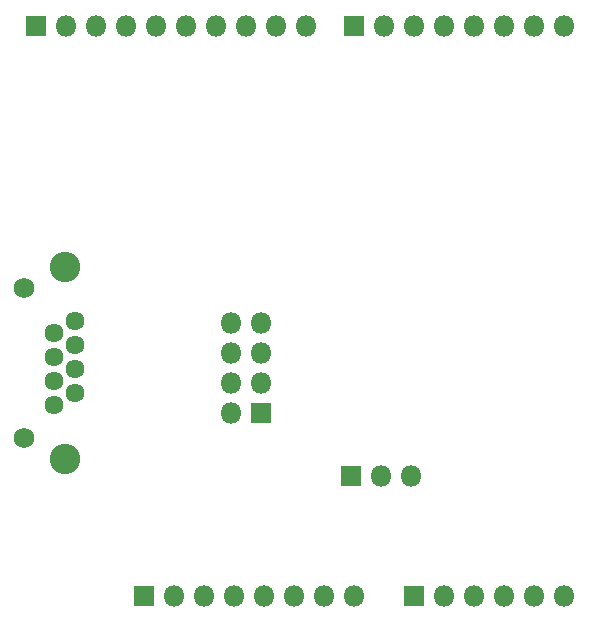
<source format=gbr>
%TF.GenerationSoftware,KiCad,Pcbnew,(5.1.6-0-10_14)*%
%TF.CreationDate,2022-12-11T12:30:35+09:00*%
%TF.ProjectId,MuxReadoutBoard,4d757852-6561-4646-9f75-74426f617264,rev?*%
%TF.SameCoordinates,Original*%
%TF.FileFunction,Soldermask,Top*%
%TF.FilePolarity,Negative*%
%FSLAX46Y46*%
G04 Gerber Fmt 4.6, Leading zero omitted, Abs format (unit mm)*
G04 Created by KiCad (PCBNEW (5.1.6-0-10_14)) date 2022-12-11 12:30:35*
%MOMM*%
%LPD*%
G01*
G04 APERTURE LIST*
%ADD10C,2.575000*%
%ADD11C,1.750000*%
%ADD12C,1.609000*%
%ADD13O,1.800000X1.800000*%
%ADD14R,1.800000X1.800000*%
G04 APERTURE END LIST*
D10*
%TO.C,J1*%
X122810000Y-122071000D03*
X122810000Y-138271000D03*
D11*
X119380000Y-123821000D03*
X119380000Y-136521000D03*
D12*
X123700000Y-126591000D03*
X121920000Y-127611000D03*
X123700000Y-128631000D03*
X121920000Y-129651000D03*
X123700000Y-130671000D03*
X121920000Y-131691000D03*
X123700000Y-132711000D03*
X121920000Y-133731000D03*
%TD*%
D13*
%TO.C,J5*%
X147320000Y-149860000D03*
X144780000Y-149860000D03*
X142240000Y-149860000D03*
X139700000Y-149860000D03*
X137160000Y-149860000D03*
X134620000Y-149860000D03*
X132080000Y-149860000D03*
D14*
X129540000Y-149860000D03*
%TD*%
D13*
%TO.C,J3*%
X143256000Y-101600000D03*
X140716000Y-101600000D03*
X138176000Y-101600000D03*
X135636000Y-101600000D03*
X133096000Y-101600000D03*
X130556000Y-101600000D03*
X128016000Y-101600000D03*
X125476000Y-101600000D03*
X122936000Y-101600000D03*
D14*
X120396000Y-101600000D03*
%TD*%
D13*
%TO.C,J4*%
X165100000Y-101600000D03*
X162560000Y-101600000D03*
X160020000Y-101600000D03*
X157480000Y-101600000D03*
X154940000Y-101600000D03*
X152400000Y-101600000D03*
X149860000Y-101600000D03*
D14*
X147320000Y-101600000D03*
%TD*%
D13*
%TO.C,J6*%
X165100000Y-149860000D03*
X162560000Y-149860000D03*
X160020000Y-149860000D03*
X157480000Y-149860000D03*
X154940000Y-149860000D03*
D14*
X152400000Y-149860000D03*
%TD*%
D13*
%TO.C,J2*%
X136906000Y-126746000D03*
X139446000Y-126746000D03*
X136906000Y-129286000D03*
X139446000Y-129286000D03*
X136906000Y-131826000D03*
X139446000Y-131826000D03*
X136906000Y-134366000D03*
D14*
X139446000Y-134366000D03*
%TD*%
D13*
%TO.C,J7*%
X152146000Y-139700000D03*
X149606000Y-139700000D03*
D14*
X147066000Y-139700000D03*
%TD*%
M02*

</source>
